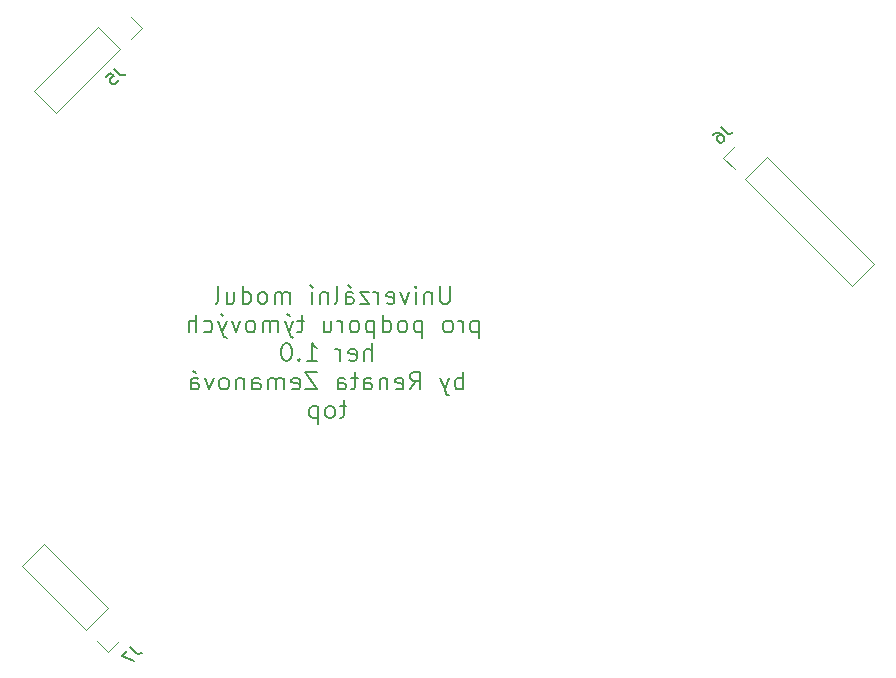
<source format=gbo>
G04 #@! TF.GenerationSoftware,KiCad,Pcbnew,6.0.11-2627ca5db0~126~ubuntu20.04.1*
G04 #@! TF.CreationDate,2023-04-28T08:06:44+02:00*
G04 #@! TF.ProjectId,Semafor_top,53656d61-666f-4725-9f74-6f702e6b6963,rev?*
G04 #@! TF.SameCoordinates,Original*
G04 #@! TF.FileFunction,Legend,Bot*
G04 #@! TF.FilePolarity,Positive*
%FSLAX46Y46*%
G04 Gerber Fmt 4.6, Leading zero omitted, Abs format (unit mm)*
G04 Created by KiCad (PCBNEW 6.0.11-2627ca5db0~126~ubuntu20.04.1) date 2023-04-28 08:06:44*
%MOMM*%
%LPD*%
G01*
G04 APERTURE LIST*
%ADD10C,0.150000*%
%ADD11C,0.120000*%
G04 APERTURE END LIST*
D10*
X159978571Y-94891071D02*
X159978571Y-96105357D01*
X159907142Y-96248214D01*
X159835714Y-96319642D01*
X159692857Y-96391071D01*
X159407142Y-96391071D01*
X159264285Y-96319642D01*
X159192857Y-96248214D01*
X159121428Y-96105357D01*
X159121428Y-94891071D01*
X158407142Y-95391071D02*
X158407142Y-96391071D01*
X158407142Y-95533928D02*
X158335714Y-95462500D01*
X158192857Y-95391071D01*
X157978571Y-95391071D01*
X157835714Y-95462500D01*
X157764285Y-95605357D01*
X157764285Y-96391071D01*
X157050000Y-96391071D02*
X157050000Y-95391071D01*
X157050000Y-94891071D02*
X157121428Y-94962500D01*
X157050000Y-95033928D01*
X156978571Y-94962500D01*
X157050000Y-94891071D01*
X157050000Y-95033928D01*
X156478571Y-95391071D02*
X156121428Y-96391071D01*
X155764285Y-95391071D01*
X154621428Y-96319642D02*
X154764285Y-96391071D01*
X155050000Y-96391071D01*
X155192857Y-96319642D01*
X155264285Y-96176785D01*
X155264285Y-95605357D01*
X155192857Y-95462500D01*
X155050000Y-95391071D01*
X154764285Y-95391071D01*
X154621428Y-95462500D01*
X154550000Y-95605357D01*
X154550000Y-95748214D01*
X155264285Y-95891071D01*
X153907142Y-96391071D02*
X153907142Y-95391071D01*
X153907142Y-95676785D02*
X153835714Y-95533928D01*
X153764285Y-95462500D01*
X153621428Y-95391071D01*
X153478571Y-95391071D01*
X153121428Y-95391071D02*
X152335714Y-95391071D01*
X153121428Y-96391071D01*
X152335714Y-96391071D01*
X151121428Y-96391071D02*
X151121428Y-95605357D01*
X151192857Y-95462500D01*
X151335714Y-95391071D01*
X151621428Y-95391071D01*
X151764285Y-95462500D01*
X151121428Y-96319642D02*
X151264285Y-96391071D01*
X151621428Y-96391071D01*
X151764285Y-96319642D01*
X151835714Y-96176785D01*
X151835714Y-96033928D01*
X151764285Y-95891071D01*
X151621428Y-95819642D01*
X151264285Y-95819642D01*
X151121428Y-95748214D01*
X151335714Y-94819642D02*
X151550000Y-95033928D01*
X150192857Y-96391071D02*
X150335714Y-96319642D01*
X150407142Y-96176785D01*
X150407142Y-94891071D01*
X149621428Y-95391071D02*
X149621428Y-96391071D01*
X149621428Y-95533928D02*
X149550000Y-95462500D01*
X149407142Y-95391071D01*
X149192857Y-95391071D01*
X149050000Y-95462500D01*
X148978571Y-95605357D01*
X148978571Y-96391071D01*
X148264285Y-96391071D02*
X148264285Y-95391071D01*
X148121428Y-94819642D02*
X148335714Y-95033928D01*
X146407142Y-96391071D02*
X146407142Y-95391071D01*
X146407142Y-95533928D02*
X146335714Y-95462500D01*
X146192857Y-95391071D01*
X145978571Y-95391071D01*
X145835714Y-95462500D01*
X145764285Y-95605357D01*
X145764285Y-96391071D01*
X145764285Y-95605357D02*
X145692857Y-95462500D01*
X145550000Y-95391071D01*
X145335714Y-95391071D01*
X145192857Y-95462500D01*
X145121428Y-95605357D01*
X145121428Y-96391071D01*
X144192857Y-96391071D02*
X144335714Y-96319642D01*
X144407142Y-96248214D01*
X144478571Y-96105357D01*
X144478571Y-95676785D01*
X144407142Y-95533928D01*
X144335714Y-95462500D01*
X144192857Y-95391071D01*
X143978571Y-95391071D01*
X143835714Y-95462500D01*
X143764285Y-95533928D01*
X143692857Y-95676785D01*
X143692857Y-96105357D01*
X143764285Y-96248214D01*
X143835714Y-96319642D01*
X143978571Y-96391071D01*
X144192857Y-96391071D01*
X142407142Y-96391071D02*
X142407142Y-94891071D01*
X142407142Y-96319642D02*
X142550000Y-96391071D01*
X142835714Y-96391071D01*
X142978571Y-96319642D01*
X143050000Y-96248214D01*
X143121428Y-96105357D01*
X143121428Y-95676785D01*
X143050000Y-95533928D01*
X142978571Y-95462500D01*
X142835714Y-95391071D01*
X142550000Y-95391071D01*
X142407142Y-95462500D01*
X141050000Y-95391071D02*
X141050000Y-96391071D01*
X141692857Y-95391071D02*
X141692857Y-96176785D01*
X141621428Y-96319642D01*
X141478571Y-96391071D01*
X141264285Y-96391071D01*
X141121428Y-96319642D01*
X141050000Y-96248214D01*
X140121428Y-96391071D02*
X140264285Y-96319642D01*
X140335714Y-96176785D01*
X140335714Y-94891071D01*
X162407142Y-97806071D02*
X162407142Y-99306071D01*
X162407142Y-97877500D02*
X162264285Y-97806071D01*
X161978571Y-97806071D01*
X161835714Y-97877500D01*
X161764285Y-97948928D01*
X161692857Y-98091785D01*
X161692857Y-98520357D01*
X161764285Y-98663214D01*
X161835714Y-98734642D01*
X161978571Y-98806071D01*
X162264285Y-98806071D01*
X162407142Y-98734642D01*
X161050000Y-98806071D02*
X161050000Y-97806071D01*
X161050000Y-98091785D02*
X160978571Y-97948928D01*
X160907142Y-97877500D01*
X160764285Y-97806071D01*
X160621428Y-97806071D01*
X159907142Y-98806071D02*
X160050000Y-98734642D01*
X160121428Y-98663214D01*
X160192857Y-98520357D01*
X160192857Y-98091785D01*
X160121428Y-97948928D01*
X160050000Y-97877500D01*
X159907142Y-97806071D01*
X159692857Y-97806071D01*
X159550000Y-97877500D01*
X159478571Y-97948928D01*
X159407142Y-98091785D01*
X159407142Y-98520357D01*
X159478571Y-98663214D01*
X159550000Y-98734642D01*
X159692857Y-98806071D01*
X159907142Y-98806071D01*
X157621428Y-97806071D02*
X157621428Y-99306071D01*
X157621428Y-97877500D02*
X157478571Y-97806071D01*
X157192857Y-97806071D01*
X157050000Y-97877500D01*
X156978571Y-97948928D01*
X156907142Y-98091785D01*
X156907142Y-98520357D01*
X156978571Y-98663214D01*
X157050000Y-98734642D01*
X157192857Y-98806071D01*
X157478571Y-98806071D01*
X157621428Y-98734642D01*
X156050000Y-98806071D02*
X156192857Y-98734642D01*
X156264285Y-98663214D01*
X156335714Y-98520357D01*
X156335714Y-98091785D01*
X156264285Y-97948928D01*
X156192857Y-97877500D01*
X156050000Y-97806071D01*
X155835714Y-97806071D01*
X155692857Y-97877500D01*
X155621428Y-97948928D01*
X155550000Y-98091785D01*
X155550000Y-98520357D01*
X155621428Y-98663214D01*
X155692857Y-98734642D01*
X155835714Y-98806071D01*
X156050000Y-98806071D01*
X154264285Y-98806071D02*
X154264285Y-97306071D01*
X154264285Y-98734642D02*
X154407142Y-98806071D01*
X154692857Y-98806071D01*
X154835714Y-98734642D01*
X154907142Y-98663214D01*
X154978571Y-98520357D01*
X154978571Y-98091785D01*
X154907142Y-97948928D01*
X154835714Y-97877500D01*
X154692857Y-97806071D01*
X154407142Y-97806071D01*
X154264285Y-97877500D01*
X153550000Y-97806071D02*
X153550000Y-99306071D01*
X153550000Y-97877500D02*
X153407142Y-97806071D01*
X153121428Y-97806071D01*
X152978571Y-97877500D01*
X152907142Y-97948928D01*
X152835714Y-98091785D01*
X152835714Y-98520357D01*
X152907142Y-98663214D01*
X152978571Y-98734642D01*
X153121428Y-98806071D01*
X153407142Y-98806071D01*
X153550000Y-98734642D01*
X151978571Y-98806071D02*
X152121428Y-98734642D01*
X152192857Y-98663214D01*
X152264285Y-98520357D01*
X152264285Y-98091785D01*
X152192857Y-97948928D01*
X152121428Y-97877500D01*
X151978571Y-97806071D01*
X151764285Y-97806071D01*
X151621428Y-97877500D01*
X151550000Y-97948928D01*
X151478571Y-98091785D01*
X151478571Y-98520357D01*
X151550000Y-98663214D01*
X151621428Y-98734642D01*
X151764285Y-98806071D01*
X151978571Y-98806071D01*
X150835714Y-98806071D02*
X150835714Y-97806071D01*
X150835714Y-98091785D02*
X150764285Y-97948928D01*
X150692857Y-97877500D01*
X150550000Y-97806071D01*
X150407142Y-97806071D01*
X149264285Y-97806071D02*
X149264285Y-98806071D01*
X149907142Y-97806071D02*
X149907142Y-98591785D01*
X149835714Y-98734642D01*
X149692857Y-98806071D01*
X149478571Y-98806071D01*
X149335714Y-98734642D01*
X149264285Y-98663214D01*
X147621428Y-97806071D02*
X147050000Y-97806071D01*
X147407142Y-97306071D02*
X147407142Y-98591785D01*
X147335714Y-98734642D01*
X147192857Y-98806071D01*
X147050000Y-98806071D01*
X146692857Y-97806071D02*
X146335714Y-98806071D01*
X145978571Y-97806071D02*
X146335714Y-98806071D01*
X146478571Y-99163214D01*
X146550000Y-99234642D01*
X146692857Y-99306071D01*
X146192857Y-97234642D02*
X146407142Y-97448928D01*
X145407142Y-98806071D02*
X145407142Y-97806071D01*
X145407142Y-97948928D02*
X145335714Y-97877500D01*
X145192857Y-97806071D01*
X144978571Y-97806071D01*
X144835714Y-97877500D01*
X144764285Y-98020357D01*
X144764285Y-98806071D01*
X144764285Y-98020357D02*
X144692857Y-97877500D01*
X144550000Y-97806071D01*
X144335714Y-97806071D01*
X144192857Y-97877500D01*
X144121428Y-98020357D01*
X144121428Y-98806071D01*
X143192857Y-98806071D02*
X143335714Y-98734642D01*
X143407142Y-98663214D01*
X143478571Y-98520357D01*
X143478571Y-98091785D01*
X143407142Y-97948928D01*
X143335714Y-97877500D01*
X143192857Y-97806071D01*
X142978571Y-97806071D01*
X142835714Y-97877500D01*
X142764285Y-97948928D01*
X142692857Y-98091785D01*
X142692857Y-98520357D01*
X142764285Y-98663214D01*
X142835714Y-98734642D01*
X142978571Y-98806071D01*
X143192857Y-98806071D01*
X142192857Y-97806071D02*
X141835714Y-98806071D01*
X141478571Y-97806071D01*
X141050000Y-97806071D02*
X140692857Y-98806071D01*
X140335714Y-97806071D02*
X140692857Y-98806071D01*
X140835714Y-99163214D01*
X140907142Y-99234642D01*
X141050000Y-99306071D01*
X140550000Y-97234642D02*
X140764285Y-97448928D01*
X139121428Y-98734642D02*
X139264285Y-98806071D01*
X139550000Y-98806071D01*
X139692857Y-98734642D01*
X139764285Y-98663214D01*
X139835714Y-98520357D01*
X139835714Y-98091785D01*
X139764285Y-97948928D01*
X139692857Y-97877500D01*
X139550000Y-97806071D01*
X139264285Y-97806071D01*
X139121428Y-97877500D01*
X138478571Y-98806071D02*
X138478571Y-97306071D01*
X137835714Y-98806071D02*
X137835714Y-98020357D01*
X137907142Y-97877500D01*
X138050000Y-97806071D01*
X138264285Y-97806071D01*
X138407142Y-97877500D01*
X138478571Y-97948928D01*
X153335714Y-101221071D02*
X153335714Y-99721071D01*
X152692857Y-101221071D02*
X152692857Y-100435357D01*
X152764285Y-100292500D01*
X152907142Y-100221071D01*
X153121428Y-100221071D01*
X153264285Y-100292500D01*
X153335714Y-100363928D01*
X151407142Y-101149642D02*
X151550000Y-101221071D01*
X151835714Y-101221071D01*
X151978571Y-101149642D01*
X152050000Y-101006785D01*
X152050000Y-100435357D01*
X151978571Y-100292500D01*
X151835714Y-100221071D01*
X151550000Y-100221071D01*
X151407142Y-100292500D01*
X151335714Y-100435357D01*
X151335714Y-100578214D01*
X152050000Y-100721071D01*
X150692857Y-101221071D02*
X150692857Y-100221071D01*
X150692857Y-100506785D02*
X150621428Y-100363928D01*
X150550000Y-100292500D01*
X150407142Y-100221071D01*
X150264285Y-100221071D01*
X147835714Y-101221071D02*
X148692857Y-101221071D01*
X148264285Y-101221071D02*
X148264285Y-99721071D01*
X148407142Y-99935357D01*
X148550000Y-100078214D01*
X148692857Y-100149642D01*
X147192857Y-101078214D02*
X147121428Y-101149642D01*
X147192857Y-101221071D01*
X147264285Y-101149642D01*
X147192857Y-101078214D01*
X147192857Y-101221071D01*
X146192857Y-99721071D02*
X146050000Y-99721071D01*
X145907142Y-99792500D01*
X145835714Y-99863928D01*
X145764285Y-100006785D01*
X145692857Y-100292500D01*
X145692857Y-100649642D01*
X145764285Y-100935357D01*
X145835714Y-101078214D01*
X145907142Y-101149642D01*
X146050000Y-101221071D01*
X146192857Y-101221071D01*
X146335714Y-101149642D01*
X146407142Y-101078214D01*
X146478571Y-100935357D01*
X146550000Y-100649642D01*
X146550000Y-100292500D01*
X146478571Y-100006785D01*
X146407142Y-99863928D01*
X146335714Y-99792500D01*
X146192857Y-99721071D01*
X161085714Y-103636071D02*
X161085714Y-102136071D01*
X161085714Y-102707500D02*
X160942857Y-102636071D01*
X160657142Y-102636071D01*
X160514285Y-102707500D01*
X160442857Y-102778928D01*
X160371428Y-102921785D01*
X160371428Y-103350357D01*
X160442857Y-103493214D01*
X160514285Y-103564642D01*
X160657142Y-103636071D01*
X160942857Y-103636071D01*
X161085714Y-103564642D01*
X159871428Y-102636071D02*
X159514285Y-103636071D01*
X159157142Y-102636071D02*
X159514285Y-103636071D01*
X159657142Y-103993214D01*
X159728571Y-104064642D01*
X159871428Y-104136071D01*
X156585714Y-103636071D02*
X157085714Y-102921785D01*
X157442857Y-103636071D02*
X157442857Y-102136071D01*
X156871428Y-102136071D01*
X156728571Y-102207500D01*
X156657142Y-102278928D01*
X156585714Y-102421785D01*
X156585714Y-102636071D01*
X156657142Y-102778928D01*
X156728571Y-102850357D01*
X156871428Y-102921785D01*
X157442857Y-102921785D01*
X155371428Y-103564642D02*
X155514285Y-103636071D01*
X155800000Y-103636071D01*
X155942857Y-103564642D01*
X156014285Y-103421785D01*
X156014285Y-102850357D01*
X155942857Y-102707500D01*
X155800000Y-102636071D01*
X155514285Y-102636071D01*
X155371428Y-102707500D01*
X155300000Y-102850357D01*
X155300000Y-102993214D01*
X156014285Y-103136071D01*
X154657142Y-102636071D02*
X154657142Y-103636071D01*
X154657142Y-102778928D02*
X154585714Y-102707500D01*
X154442857Y-102636071D01*
X154228571Y-102636071D01*
X154085714Y-102707500D01*
X154014285Y-102850357D01*
X154014285Y-103636071D01*
X152657142Y-103636071D02*
X152657142Y-102850357D01*
X152728571Y-102707500D01*
X152871428Y-102636071D01*
X153157142Y-102636071D01*
X153300000Y-102707500D01*
X152657142Y-103564642D02*
X152800000Y-103636071D01*
X153157142Y-103636071D01*
X153300000Y-103564642D01*
X153371428Y-103421785D01*
X153371428Y-103278928D01*
X153300000Y-103136071D01*
X153157142Y-103064642D01*
X152800000Y-103064642D01*
X152657142Y-102993214D01*
X152157142Y-102636071D02*
X151585714Y-102636071D01*
X151942857Y-102136071D02*
X151942857Y-103421785D01*
X151871428Y-103564642D01*
X151728571Y-103636071D01*
X151585714Y-103636071D01*
X150442857Y-103636071D02*
X150442857Y-102850357D01*
X150514285Y-102707500D01*
X150657142Y-102636071D01*
X150942857Y-102636071D01*
X151085714Y-102707500D01*
X150442857Y-103564642D02*
X150585714Y-103636071D01*
X150942857Y-103636071D01*
X151085714Y-103564642D01*
X151157142Y-103421785D01*
X151157142Y-103278928D01*
X151085714Y-103136071D01*
X150942857Y-103064642D01*
X150585714Y-103064642D01*
X150442857Y-102993214D01*
X148728571Y-102136071D02*
X147728571Y-102136071D01*
X148728571Y-103636071D01*
X147728571Y-103636071D01*
X146585714Y-103564642D02*
X146728571Y-103636071D01*
X147014285Y-103636071D01*
X147157142Y-103564642D01*
X147228571Y-103421785D01*
X147228571Y-102850357D01*
X147157142Y-102707500D01*
X147014285Y-102636071D01*
X146728571Y-102636071D01*
X146585714Y-102707500D01*
X146514285Y-102850357D01*
X146514285Y-102993214D01*
X147228571Y-103136071D01*
X145871428Y-103636071D02*
X145871428Y-102636071D01*
X145871428Y-102778928D02*
X145800000Y-102707500D01*
X145657142Y-102636071D01*
X145442857Y-102636071D01*
X145300000Y-102707500D01*
X145228571Y-102850357D01*
X145228571Y-103636071D01*
X145228571Y-102850357D02*
X145157142Y-102707500D01*
X145014285Y-102636071D01*
X144800000Y-102636071D01*
X144657142Y-102707500D01*
X144585714Y-102850357D01*
X144585714Y-103636071D01*
X143228571Y-103636071D02*
X143228571Y-102850357D01*
X143300000Y-102707500D01*
X143442857Y-102636071D01*
X143728571Y-102636071D01*
X143871428Y-102707500D01*
X143228571Y-103564642D02*
X143371428Y-103636071D01*
X143728571Y-103636071D01*
X143871428Y-103564642D01*
X143942857Y-103421785D01*
X143942857Y-103278928D01*
X143871428Y-103136071D01*
X143728571Y-103064642D01*
X143371428Y-103064642D01*
X143228571Y-102993214D01*
X142514285Y-102636071D02*
X142514285Y-103636071D01*
X142514285Y-102778928D02*
X142442857Y-102707500D01*
X142300000Y-102636071D01*
X142085714Y-102636071D01*
X141942857Y-102707500D01*
X141871428Y-102850357D01*
X141871428Y-103636071D01*
X140942857Y-103636071D02*
X141085714Y-103564642D01*
X141157142Y-103493214D01*
X141228571Y-103350357D01*
X141228571Y-102921785D01*
X141157142Y-102778928D01*
X141085714Y-102707500D01*
X140942857Y-102636071D01*
X140728571Y-102636071D01*
X140585714Y-102707500D01*
X140514285Y-102778928D01*
X140442857Y-102921785D01*
X140442857Y-103350357D01*
X140514285Y-103493214D01*
X140585714Y-103564642D01*
X140728571Y-103636071D01*
X140942857Y-103636071D01*
X139942857Y-102636071D02*
X139585714Y-103636071D01*
X139228571Y-102636071D01*
X138014285Y-103636071D02*
X138014285Y-102850357D01*
X138085714Y-102707500D01*
X138228571Y-102636071D01*
X138514285Y-102636071D01*
X138657142Y-102707500D01*
X138014285Y-103564642D02*
X138157142Y-103636071D01*
X138514285Y-103636071D01*
X138657142Y-103564642D01*
X138728571Y-103421785D01*
X138728571Y-103278928D01*
X138657142Y-103136071D01*
X138514285Y-103064642D01*
X138157142Y-103064642D01*
X138014285Y-102993214D01*
X138228571Y-102064642D02*
X138442857Y-102278928D01*
X151192857Y-105051071D02*
X150621428Y-105051071D01*
X150978571Y-104551071D02*
X150978571Y-105836785D01*
X150907142Y-105979642D01*
X150764285Y-106051071D01*
X150621428Y-106051071D01*
X149907142Y-106051071D02*
X150050000Y-105979642D01*
X150121428Y-105908214D01*
X150192857Y-105765357D01*
X150192857Y-105336785D01*
X150121428Y-105193928D01*
X150050000Y-105122500D01*
X149907142Y-105051071D01*
X149692857Y-105051071D01*
X149550000Y-105122500D01*
X149478571Y-105193928D01*
X149407142Y-105336785D01*
X149407142Y-105765357D01*
X149478571Y-105908214D01*
X149550000Y-105979642D01*
X149692857Y-106051071D01*
X149907142Y-106051071D01*
X148764285Y-105051071D02*
X148764285Y-106551071D01*
X148764285Y-105122500D02*
X148621428Y-105051071D01*
X148335714Y-105051071D01*
X148192857Y-105122500D01*
X148121428Y-105193928D01*
X148050000Y-105336785D01*
X148050000Y-105765357D01*
X148121428Y-105908214D01*
X148192857Y-105979642D01*
X148335714Y-106051071D01*
X148621428Y-106051071D01*
X148764285Y-105979642D01*
G04 #@! TO.C,J7*
X132898477Y-125477072D02*
X133403553Y-125982148D01*
X133538240Y-126049492D01*
X133672927Y-126049492D01*
X133807614Y-125982148D01*
X133874957Y-125914805D01*
X132629103Y-125746446D02*
X132157698Y-126217851D01*
X133167851Y-126621912D01*
G04 #@! TO.C,J6*
X182889791Y-81418386D02*
X183394867Y-81923462D01*
X183529554Y-81990806D01*
X183664241Y-81990806D01*
X183798928Y-81923462D01*
X183866271Y-81856119D01*
X182250027Y-82058149D02*
X182384714Y-81923462D01*
X182485730Y-81889791D01*
X182553073Y-81889791D01*
X182721432Y-81923462D01*
X182889791Y-82024478D01*
X183159165Y-82293852D01*
X183192836Y-82394867D01*
X183192836Y-82462210D01*
X183159165Y-82563226D01*
X183024478Y-82697913D01*
X182923462Y-82731584D01*
X182856119Y-82731584D01*
X182755104Y-82697913D01*
X182586745Y-82529554D01*
X182553073Y-82428539D01*
X182553073Y-82361195D01*
X182586745Y-82260180D01*
X182721432Y-82125493D01*
X182822447Y-82091821D01*
X182889791Y-82091821D01*
X182990806Y-82125493D01*
G04 #@! TO.C,J5*
X131498477Y-76477072D02*
X132003553Y-76982148D01*
X132138240Y-77049492D01*
X132272927Y-77049492D01*
X132407614Y-76982148D01*
X132474957Y-76914805D01*
X130825042Y-77150507D02*
X131161759Y-76813790D01*
X131532148Y-77116835D01*
X131464805Y-77116835D01*
X131363790Y-77150507D01*
X131195431Y-77318866D01*
X131161759Y-77419881D01*
X131161759Y-77487225D01*
X131195431Y-77588240D01*
X131363790Y-77756599D01*
X131464805Y-77790270D01*
X131532148Y-77790270D01*
X131633164Y-77756599D01*
X131801522Y-77588240D01*
X131835194Y-77487225D01*
X131835194Y-77419881D01*
D11*
G04 #@! TO.C,J7*
X129161522Y-124042426D02*
X131042426Y-122161522D01*
X130059548Y-124940452D02*
X131000000Y-125880904D01*
X131042426Y-122161522D02*
X125611846Y-116730942D01*
X129161522Y-124042426D02*
X123730942Y-118611846D01*
X131000000Y-125880904D02*
X131940452Y-124940452D01*
X123730942Y-118611846D02*
X125611846Y-116730942D01*
G04 #@! TO.C,J6*
X195861160Y-92980256D02*
X193980256Y-94861160D01*
X186838478Y-83957574D02*
X184957574Y-85838478D01*
X184059548Y-83059548D02*
X183119096Y-84000000D01*
X186838478Y-83957574D02*
X195861160Y-92980256D01*
X184957574Y-85838478D02*
X193980256Y-94861160D01*
X183119096Y-84000000D02*
X184059548Y-84940452D01*
G04 #@! TO.C,J5*
X126611846Y-80269058D02*
X124730942Y-78388154D01*
X132042426Y-74838478D02*
X126611846Y-80269058D01*
X130161522Y-72957574D02*
X124730942Y-78388154D01*
X132042426Y-74838478D02*
X130161522Y-72957574D01*
X132940452Y-73940452D02*
X133880904Y-73000000D01*
X133880904Y-73000000D02*
X132940452Y-72059548D01*
G04 #@! TD*
M02*

</source>
